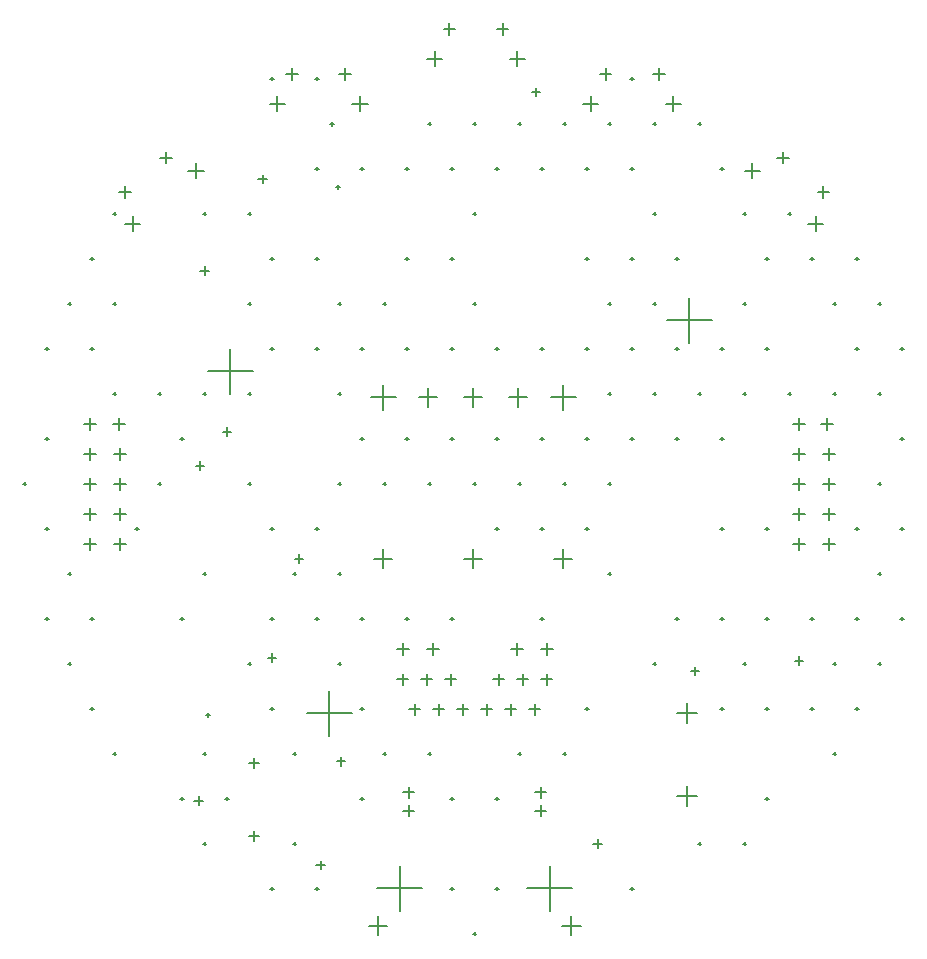
<source format=gbr>
%TF.GenerationSoftware,Altium Limited,Altium Designer,18.1.6 (161)*%
G04 Layer_Color=128*
%FSLAX26Y26*%
%MOIN*%
%TF.FileFunction,Drillmap*%
%TF.Part,Single*%
G01*
G75*
%TA.AperFunction,NonConductor*%
%ADD50C,0.005000*%
D50*
X2259997Y3525000D02*
X2409997D01*
X2334997Y3450000D02*
Y3600000D01*
X3372500Y2497000D02*
X3407500D01*
X3390000Y2479500D02*
Y2514500D01*
X3292500Y2497000D02*
X3327500D01*
X3310000Y2479500D02*
Y2514500D01*
X3212500Y2497000D02*
X3247500D01*
X3230000Y2479500D02*
Y2514500D01*
X3052500Y2497000D02*
X3087500D01*
X3070000Y2479500D02*
Y2514500D01*
X2972500Y2497000D02*
X3007500D01*
X2990000Y2479500D02*
Y2514500D01*
X2892500Y2497000D02*
X2927500D01*
X2910000Y2479500D02*
Y2514500D01*
X2932500Y2397000D02*
X2967500D01*
X2950000Y2379500D02*
Y2414500D01*
X3012500Y2397000D02*
X3047500D01*
X3030000Y2379500D02*
Y2414500D01*
X3092500Y2397000D02*
X3127500D01*
X3110000Y2379500D02*
Y2414500D01*
X3172500Y2397000D02*
X3207500D01*
X3190000Y2379500D02*
Y2414500D01*
X3252500Y2397000D02*
X3287500D01*
X3270000Y2379500D02*
Y2414500D01*
X3332500Y2397000D02*
X3367500D01*
X3350000Y2379500D02*
Y2414500D01*
X2912500Y2121000D02*
X2947500D01*
X2930000Y2103500D02*
Y2138500D01*
X3352500Y2121000D02*
X3387500D01*
X3370000Y2103500D02*
Y2138500D01*
X2912500Y2060000D02*
X2947500D01*
X2930000Y2042500D02*
Y2077500D01*
X3352500Y2060000D02*
X3387500D01*
X3370000Y2042500D02*
Y2077500D01*
X2890000Y2597000D02*
X2930000D01*
X2910000Y2577000D02*
Y2617000D01*
X2990000Y2597000D02*
X3030000D01*
X3010000Y2577000D02*
Y2617000D01*
X3270000Y2597000D02*
X3310000D01*
X3290000Y2577000D02*
Y2617000D01*
X3370000Y2597000D02*
X3410000D01*
X3390000Y2577000D02*
Y2617000D01*
X2825197Y1801000D02*
X2974803D01*
X2900000Y1726197D02*
Y1875803D01*
X3325197Y1801000D02*
X3474803D01*
X3400000Y1726197D02*
Y1875803D01*
X2796500Y1676000D02*
X2859500D01*
X2828000Y1644500D02*
Y1707500D01*
X3440500Y1676000D02*
X3503500D01*
X3472000Y1644500D02*
Y1707500D01*
X2589997Y2385000D02*
X2739997D01*
X2664997Y2310000D02*
Y2460000D01*
X3789997Y3695000D02*
X3939997D01*
X3864997Y3620000D02*
Y3770000D01*
X3825866Y2108504D02*
X3892795D01*
X3859331Y2075039D02*
Y2141968D01*
X3825866Y2384095D02*
X3892795D01*
X3859331Y2350630D02*
Y2417559D01*
X1964598Y4123060D02*
X2003968D01*
X1984283Y4103375D02*
Y4142745D01*
X2100315Y4236940D02*
X2139685D01*
X2120000Y4217255D02*
Y4256625D01*
X1984260Y4016029D02*
X2035441D01*
X2009851Y3990438D02*
Y4041619D01*
X2195375Y4193175D02*
X2246556D01*
X2220965Y4167585D02*
Y4218766D01*
X2742205Y4416575D02*
X2793386D01*
X2767795Y4390984D02*
Y4442165D01*
X2466614Y4416575D02*
X2517795D01*
X2492205Y4390984D02*
Y4442165D01*
X2698898Y4515000D02*
X2738268D01*
X2718583Y4495315D02*
Y4534685D01*
X2521732Y4515000D02*
X2561102D01*
X2541417Y4495315D02*
Y4534685D01*
X3266811Y4566575D02*
X3317992D01*
X3292401Y4540984D02*
Y4592165D01*
X2991220Y4566575D02*
X3042401D01*
X3016811Y4540984D02*
Y4592165D01*
X3223504Y4665000D02*
X3262874D01*
X3243189Y4645315D02*
Y4684685D01*
X3046338Y4665000D02*
X3085708D01*
X3066023Y4645315D02*
Y4684685D01*
X3787205Y4416575D02*
X3838386D01*
X3812795Y4390984D02*
Y4442165D01*
X3511614Y4416575D02*
X3562795D01*
X3537205Y4390984D02*
Y4442165D01*
X3743898Y4515000D02*
X3783268D01*
X3763583Y4495315D02*
Y4534685D01*
X3566732Y4515000D02*
X3606102D01*
X3586417Y4495315D02*
Y4534685D01*
X4261700Y4016029D02*
X4312881D01*
X4287291Y3990438D02*
Y4041619D01*
X4050586Y4193175D02*
X4101767D01*
X4076176Y4167584D02*
Y4218766D01*
X4293173Y4123060D02*
X4332543D01*
X4312858Y4103375D02*
Y4142745D01*
X4157457Y4236940D02*
X4196827D01*
X4177142Y4217255D02*
Y4256625D01*
X2803000Y3437000D02*
X2887000D01*
X2845000Y3395000D02*
Y3479000D01*
X3403000Y3437000D02*
X3487000D01*
X3445000Y3395000D02*
Y3479000D01*
X2964000Y3437000D02*
X3026000D01*
X2995000Y3406000D02*
Y3468000D01*
X3114000Y3437000D02*
X3176000D01*
X3145000Y3406000D02*
Y3468000D01*
X3264000Y3437000D02*
X3326000D01*
X3295000Y3406000D02*
Y3468000D01*
X2814000Y2900000D02*
X2876000D01*
X2845000Y2869000D02*
Y2931000D01*
X3114000Y2900000D02*
X3176000D01*
X3145000Y2869000D02*
Y2931000D01*
X3414000Y2900000D02*
X3476000D01*
X3445000Y2869000D02*
Y2931000D01*
X2214213Y2093110D02*
X2245709D01*
X2229961Y2077362D02*
Y2108858D01*
X2399252Y1975000D02*
X2430748D01*
X2415000Y1959252D02*
Y1990748D01*
X2399252Y2219095D02*
X2430748D01*
X2415000Y2203347D02*
Y2234843D01*
X4310709Y2949606D02*
X4350709D01*
X4330709Y2929606D02*
Y2969606D01*
X4310709Y3049606D02*
X4350709D01*
X4330709Y3029606D02*
Y3069606D01*
X4310709Y3149606D02*
X4350709D01*
X4330709Y3129606D02*
Y3169606D01*
X4310709Y3249606D02*
X4350709D01*
X4330709Y3229606D02*
Y3269606D01*
X4305709Y3349606D02*
X4345709D01*
X4325709Y3329606D02*
Y3369606D01*
X4210709Y3349606D02*
X4250709D01*
X4230709Y3329606D02*
Y3369606D01*
X4210709Y3249606D02*
X4250709D01*
X4230709Y3229606D02*
Y3269606D01*
X4210709Y3149606D02*
X4250709D01*
X4230709Y3129606D02*
Y3169606D01*
X4210709Y3049606D02*
X4250709D01*
X4230709Y3029606D02*
Y3069606D01*
X4210709Y2949606D02*
X4250709D01*
X4230709Y2929606D02*
Y2969606D01*
X1948504Y2949606D02*
X1988504D01*
X1968504Y2929606D02*
Y2969606D01*
X1948504Y3049606D02*
X1988504D01*
X1968504Y3029606D02*
Y3069606D01*
X1948504Y3149606D02*
X1988504D01*
X1968504Y3129606D02*
Y3169606D01*
X1948504Y3249606D02*
X1988504D01*
X1968504Y3229606D02*
Y3269606D01*
X1943504Y3349606D02*
X1983504D01*
X1963504Y3329606D02*
Y3369606D01*
X1848504Y3349606D02*
X1888504D01*
X1868504Y3329606D02*
Y3369606D01*
X1848504Y3249606D02*
X1888504D01*
X1868504Y3229606D02*
Y3269606D01*
X1848504Y3149606D02*
X1888504D01*
X1868504Y3129606D02*
Y3169606D01*
X1848504Y3049606D02*
X1888504D01*
X1868504Y3029606D02*
Y3069606D01*
X1848504Y2949606D02*
X1888504D01*
X1868504Y2929606D02*
Y2969606D01*
X2253500Y2377795D02*
X2266500D01*
X2260000Y2371295D02*
Y2384295D01*
X4494000Y3750000D02*
X4506000D01*
X4500000Y3744000D02*
Y3756000D01*
X4569000Y3600000D02*
X4581000D01*
X4575000Y3594000D02*
Y3606000D01*
X4494000Y3450000D02*
X4506000D01*
X4500000Y3444000D02*
Y3456000D01*
X4569000Y3300000D02*
X4581000D01*
X4575000Y3294000D02*
Y3306000D01*
X4494000Y3150000D02*
X4506000D01*
X4500000Y3144000D02*
Y3156000D01*
X4569000Y3000000D02*
X4581000D01*
X4575000Y2994000D02*
Y3006000D01*
X4494000Y2850000D02*
X4506000D01*
X4500000Y2844000D02*
Y2856000D01*
X4569000Y2700000D02*
X4581000D01*
X4575000Y2694000D02*
Y2706000D01*
X4494000Y2550000D02*
X4506000D01*
X4500000Y2544000D02*
Y2556000D01*
X4419000Y3900000D02*
X4431000D01*
X4425000Y3894000D02*
Y3906000D01*
X4344000Y3750000D02*
X4356000D01*
X4350000Y3744000D02*
Y3756000D01*
X4419000Y3600000D02*
X4431000D01*
X4425000Y3594000D02*
Y3606000D01*
X4344000Y3450000D02*
X4356000D01*
X4350000Y3444000D02*
Y3456000D01*
X4419000Y3000000D02*
X4431000D01*
X4425000Y2994000D02*
Y3006000D01*
X4419000Y2700000D02*
X4431000D01*
X4425000Y2694000D02*
Y2706000D01*
X4344000Y2550000D02*
X4356000D01*
X4350000Y2544000D02*
Y2556000D01*
X4419000Y2400000D02*
X4431000D01*
X4425000Y2394000D02*
Y2406000D01*
X4344000Y2250000D02*
X4356000D01*
X4350000Y2244000D02*
Y2256000D01*
X4194000Y4050000D02*
X4206000D01*
X4200000Y4044000D02*
Y4056000D01*
X4269000Y3900000D02*
X4281000D01*
X4275000Y3894000D02*
Y3906000D01*
X4194000Y3450000D02*
X4206000D01*
X4200000Y3444000D02*
Y3456000D01*
X4269000Y2700000D02*
X4281000D01*
X4275000Y2694000D02*
Y2706000D01*
X4269000Y2400000D02*
X4281000D01*
X4275000Y2394000D02*
Y2406000D01*
X4044000Y4050000D02*
X4056000D01*
X4050000Y4044000D02*
Y4056000D01*
X4119000Y3900000D02*
X4131000D01*
X4125000Y3894000D02*
Y3906000D01*
X4044000Y3750000D02*
X4056000D01*
X4050000Y3744000D02*
Y3756000D01*
X4119000Y3600000D02*
X4131000D01*
X4125000Y3594000D02*
Y3606000D01*
X4044000Y3450000D02*
X4056000D01*
X4050000Y3444000D02*
Y3456000D01*
X4119000Y3000000D02*
X4131000D01*
X4125000Y2994000D02*
Y3006000D01*
X4119000Y2700000D02*
X4131000D01*
X4125000Y2694000D02*
Y2706000D01*
X4044000Y2550000D02*
X4056000D01*
X4050000Y2544000D02*
Y2556000D01*
X4119000Y2400000D02*
X4131000D01*
X4125000Y2394000D02*
Y2406000D01*
X4119000Y2100000D02*
X4131000D01*
X4125000Y2094000D02*
Y2106000D01*
X4044000Y1950000D02*
X4056000D01*
X4050000Y1944000D02*
Y1956000D01*
X3894000Y4350000D02*
X3906000D01*
X3900000Y4344000D02*
Y4356000D01*
X3969000Y4200000D02*
X3981000D01*
X3975000Y4194000D02*
Y4206000D01*
X3969000Y3600000D02*
X3981000D01*
X3975000Y3594000D02*
Y3606000D01*
X3894000Y3450000D02*
X3906000D01*
X3900000Y3444000D02*
Y3456000D01*
X3969000Y3300000D02*
X3981000D01*
X3975000Y3294000D02*
Y3306000D01*
X3969000Y3000000D02*
X3981000D01*
X3975000Y2994000D02*
Y3006000D01*
X3969000Y2700000D02*
X3981000D01*
X3975000Y2694000D02*
Y2706000D01*
X3969000Y2400000D02*
X3981000D01*
X3975000Y2394000D02*
Y2406000D01*
X3894000Y1950000D02*
X3906000D01*
X3900000Y1944000D02*
Y1956000D01*
X3744000Y4350000D02*
X3756000D01*
X3750000Y4344000D02*
Y4356000D01*
X3744000Y4050000D02*
X3756000D01*
X3750000Y4044000D02*
Y4056000D01*
X3819000Y3900000D02*
X3831000D01*
X3825000Y3894000D02*
Y3906000D01*
X3744000Y3750000D02*
X3756000D01*
X3750000Y3744000D02*
Y3756000D01*
X3819000Y3600000D02*
X3831000D01*
X3825000Y3594000D02*
Y3606000D01*
X3744000Y3450000D02*
X3756000D01*
X3750000Y3444000D02*
Y3456000D01*
X3819000Y3300000D02*
X3831000D01*
X3825000Y3294000D02*
Y3306000D01*
X3819000Y2700000D02*
X3831000D01*
X3825000Y2694000D02*
Y2706000D01*
X3744000Y2550000D02*
X3756000D01*
X3750000Y2544000D02*
Y2556000D01*
X3669000Y4500000D02*
X3681000D01*
X3675000Y4494000D02*
Y4506000D01*
X3594000Y4350000D02*
X3606000D01*
X3600000Y4344000D02*
Y4356000D01*
X3669000Y4200000D02*
X3681000D01*
X3675000Y4194000D02*
Y4206000D01*
X3669000Y3900000D02*
X3681000D01*
X3675000Y3894000D02*
Y3906000D01*
X3594000Y3750000D02*
X3606000D01*
X3600000Y3744000D02*
Y3756000D01*
X3669000Y3600000D02*
X3681000D01*
X3675000Y3594000D02*
Y3606000D01*
X3594000Y3450000D02*
X3606000D01*
X3600000Y3444000D02*
Y3456000D01*
X3669000Y3300000D02*
X3681000D01*
X3675000Y3294000D02*
Y3306000D01*
X3594000Y3150000D02*
X3606000D01*
X3600000Y3144000D02*
Y3156000D01*
X3594000Y2850000D02*
X3606000D01*
X3600000Y2844000D02*
Y2856000D01*
X3669000Y1800000D02*
X3681000D01*
X3675000Y1794000D02*
Y1806000D01*
X3444000Y4350000D02*
X3456000D01*
X3450000Y4344000D02*
Y4356000D01*
X3519000Y4200000D02*
X3531000D01*
X3525000Y4194000D02*
Y4206000D01*
X3519000Y3900000D02*
X3531000D01*
X3525000Y3894000D02*
Y3906000D01*
X3519000Y3600000D02*
X3531000D01*
X3525000Y3594000D02*
Y3606000D01*
X3519000Y3300000D02*
X3531000D01*
X3525000Y3294000D02*
Y3306000D01*
X3444000Y3150000D02*
X3456000D01*
X3450000Y3144000D02*
Y3156000D01*
X3519000Y3000000D02*
X3531000D01*
X3525000Y2994000D02*
Y3006000D01*
X3519000Y2400000D02*
X3531000D01*
X3525000Y2394000D02*
Y2406000D01*
X3444000Y2250000D02*
X3456000D01*
X3450000Y2244000D02*
Y2256000D01*
X3294000Y4350000D02*
X3306000D01*
X3300000Y4344000D02*
Y4356000D01*
X3369000Y4200000D02*
X3381000D01*
X3375000Y4194000D02*
Y4206000D01*
X3369000Y3600000D02*
X3381000D01*
X3375000Y3594000D02*
Y3606000D01*
X3369000Y3300000D02*
X3381000D01*
X3375000Y3294000D02*
Y3306000D01*
X3294000Y3150000D02*
X3306000D01*
X3300000Y3144000D02*
Y3156000D01*
X3369000Y3000000D02*
X3381000D01*
X3375000Y2994000D02*
Y3006000D01*
X3369000Y2700000D02*
X3381000D01*
X3375000Y2694000D02*
Y2706000D01*
X3294000Y2250000D02*
X3306000D01*
X3300000Y2244000D02*
Y2256000D01*
X3144000Y4350000D02*
X3156000D01*
X3150000Y4344000D02*
Y4356000D01*
X3219000Y4200000D02*
X3231000D01*
X3225000Y4194000D02*
Y4206000D01*
X3144000Y4050000D02*
X3156000D01*
X3150000Y4044000D02*
Y4056000D01*
X3144000Y3750000D02*
X3156000D01*
X3150000Y3744000D02*
Y3756000D01*
X3219000Y3600000D02*
X3231000D01*
X3225000Y3594000D02*
Y3606000D01*
X3219000Y3300000D02*
X3231000D01*
X3225000Y3294000D02*
Y3306000D01*
X3144000Y3150000D02*
X3156000D01*
X3150000Y3144000D02*
Y3156000D01*
X3219000Y3000000D02*
X3231000D01*
X3225000Y2994000D02*
Y3006000D01*
X3219000Y2100000D02*
X3231000D01*
X3225000Y2094000D02*
Y2106000D01*
X3219000Y1800000D02*
X3231000D01*
X3225000Y1794000D02*
Y1806000D01*
X3144000Y1650000D02*
X3156000D01*
X3150000Y1644000D02*
Y1656000D01*
X2994000Y4350000D02*
X3006000D01*
X3000000Y4344000D02*
Y4356000D01*
X3069000Y4200000D02*
X3081000D01*
X3075000Y4194000D02*
Y4206000D01*
X3069000Y3900000D02*
X3081000D01*
X3075000Y3894000D02*
Y3906000D01*
X3069000Y3600000D02*
X3081000D01*
X3075000Y3594000D02*
Y3606000D01*
X3069000Y3300000D02*
X3081000D01*
X3075000Y3294000D02*
Y3306000D01*
X2994000Y3150000D02*
X3006000D01*
X3000000Y3144000D02*
Y3156000D01*
X3069000Y2700000D02*
X3081000D01*
X3075000Y2694000D02*
Y2706000D01*
X2994000Y2250000D02*
X3006000D01*
X3000000Y2244000D02*
Y2256000D01*
X3069000Y2100000D02*
X3081000D01*
X3075000Y2094000D02*
Y2106000D01*
X3069000Y1800000D02*
X3081000D01*
X3075000Y1794000D02*
Y1806000D01*
X2919000Y4200000D02*
X2931000D01*
X2925000Y4194000D02*
Y4206000D01*
X2919000Y3900000D02*
X2931000D01*
X2925000Y3894000D02*
Y3906000D01*
X2844000Y3750000D02*
X2856000D01*
X2850000Y3744000D02*
Y3756000D01*
X2919000Y3600000D02*
X2931000D01*
X2925000Y3594000D02*
Y3606000D01*
X2919000Y3300000D02*
X2931000D01*
X2925000Y3294000D02*
Y3306000D01*
X2844000Y3150000D02*
X2856000D01*
X2850000Y3144000D02*
Y3156000D01*
X2919000Y2700000D02*
X2931000D01*
X2925000Y2694000D02*
Y2706000D01*
X2844000Y2250000D02*
X2856000D01*
X2850000Y2244000D02*
Y2256000D01*
X2769000Y4200000D02*
X2781000D01*
X2775000Y4194000D02*
Y4206000D01*
X2694000Y3750000D02*
X2706000D01*
X2700000Y3744000D02*
Y3756000D01*
X2769000Y3600000D02*
X2781000D01*
X2775000Y3594000D02*
Y3606000D01*
X2694000Y3450000D02*
X2706000D01*
X2700000Y3444000D02*
Y3456000D01*
X2769000Y3300000D02*
X2781000D01*
X2775000Y3294000D02*
Y3306000D01*
X2694000Y3150000D02*
X2706000D01*
X2700000Y3144000D02*
Y3156000D01*
X2694000Y2850000D02*
X2706000D01*
X2700000Y2844000D02*
Y2856000D01*
X2769000Y2700000D02*
X2781000D01*
X2775000Y2694000D02*
Y2706000D01*
X2694000Y2550000D02*
X2706000D01*
X2700000Y2544000D02*
Y2556000D01*
X2769000Y2400000D02*
X2781000D01*
X2775000Y2394000D02*
Y2406000D01*
X2769000Y2100000D02*
X2781000D01*
X2775000Y2094000D02*
Y2106000D01*
X2619000Y4500000D02*
X2631000D01*
X2625000Y4494000D02*
Y4506000D01*
X2619000Y4200000D02*
X2631000D01*
X2625000Y4194000D02*
Y4206000D01*
X2619000Y3900000D02*
X2631000D01*
X2625000Y3894000D02*
Y3906000D01*
X2619000Y3600000D02*
X2631000D01*
X2625000Y3594000D02*
Y3606000D01*
X2619000Y3000000D02*
X2631000D01*
X2625000Y2994000D02*
Y3006000D01*
X2544000Y2850000D02*
X2556000D01*
X2550000Y2844000D02*
Y2856000D01*
X2619000Y2700000D02*
X2631000D01*
X2625000Y2694000D02*
Y2706000D01*
X2544000Y2250000D02*
X2556000D01*
X2550000Y2244000D02*
Y2256000D01*
X2544000Y1950000D02*
X2556000D01*
X2550000Y1944000D02*
Y1956000D01*
X2619000Y1800000D02*
X2631000D01*
X2625000Y1794000D02*
Y1806000D01*
X2469000Y4500000D02*
X2481000D01*
X2475000Y4494000D02*
Y4506000D01*
X2394000Y4050000D02*
X2406000D01*
X2400000Y4044000D02*
Y4056000D01*
X2469000Y3900000D02*
X2481000D01*
X2475000Y3894000D02*
Y3906000D01*
X2394000Y3750000D02*
X2406000D01*
X2400000Y3744000D02*
Y3756000D01*
X2469000Y3600000D02*
X2481000D01*
X2475000Y3594000D02*
Y3606000D01*
X2394000Y3450000D02*
X2406000D01*
X2400000Y3444000D02*
Y3456000D01*
X2394000Y3150000D02*
X2406000D01*
X2400000Y3144000D02*
Y3156000D01*
X2469000Y3000000D02*
X2481000D01*
X2475000Y2994000D02*
Y3006000D01*
X2469000Y2700000D02*
X2481000D01*
X2475000Y2694000D02*
Y2706000D01*
X2394000Y2550000D02*
X2406000D01*
X2400000Y2544000D02*
Y2556000D01*
X2469000Y2400000D02*
X2481000D01*
X2475000Y2394000D02*
Y2406000D01*
X2469000Y1800000D02*
X2481000D01*
X2475000Y1794000D02*
Y1806000D01*
X2244000Y4050000D02*
X2256000D01*
X2250000Y4044000D02*
Y4056000D01*
X2244000Y3450000D02*
X2256000D01*
X2250000Y3444000D02*
Y3456000D01*
X2244000Y2850000D02*
X2256000D01*
X2250000Y2844000D02*
Y2856000D01*
X2244000Y2250000D02*
X2256000D01*
X2250000Y2244000D02*
Y2256000D01*
X2319000Y2100000D02*
X2331000D01*
X2325000Y2094000D02*
Y2106000D01*
X2244000Y1950000D02*
X2256000D01*
X2250000Y1944000D02*
Y1956000D01*
X2094000Y3450000D02*
X2106000D01*
X2100000Y3444000D02*
Y3456000D01*
X2169000Y3300000D02*
X2181000D01*
X2175000Y3294000D02*
Y3306000D01*
X2094000Y3150000D02*
X2106000D01*
X2100000Y3144000D02*
Y3156000D01*
X2169000Y2700000D02*
X2181000D01*
X2175000Y2694000D02*
Y2706000D01*
X2169000Y2100000D02*
X2181000D01*
X2175000Y2094000D02*
Y2106000D01*
X1944000Y4050000D02*
X1956000D01*
X1950000Y4044000D02*
Y4056000D01*
X1944000Y3750000D02*
X1956000D01*
X1950000Y3744000D02*
Y3756000D01*
X1944000Y3450000D02*
X1956000D01*
X1950000Y3444000D02*
Y3456000D01*
X2019000Y3000000D02*
X2031000D01*
X2025000Y2994000D02*
Y3006000D01*
X1944000Y2250000D02*
X1956000D01*
X1950000Y2244000D02*
Y2256000D01*
X1869000Y3900000D02*
X1881000D01*
X1875000Y3894000D02*
Y3906000D01*
X1794000Y3750000D02*
X1806000D01*
X1800000Y3744000D02*
Y3756000D01*
X1869000Y3600000D02*
X1881000D01*
X1875000Y3594000D02*
Y3606000D01*
X1794000Y2850000D02*
X1806000D01*
X1800000Y2844000D02*
Y2856000D01*
X1869000Y2700000D02*
X1881000D01*
X1875000Y2694000D02*
Y2706000D01*
X1794000Y2550000D02*
X1806000D01*
X1800000Y2544000D02*
Y2556000D01*
X1869000Y2400000D02*
X1881000D01*
X1875000Y2394000D02*
Y2406000D01*
X1719000Y3600000D02*
X1731000D01*
X1725000Y3594000D02*
Y3606000D01*
X1719000Y3300000D02*
X1731000D01*
X1725000Y3294000D02*
Y3306000D01*
X1644000Y3150000D02*
X1656000D01*
X1650000Y3144000D02*
Y3156000D01*
X1719000Y3000000D02*
X1731000D01*
X1725000Y2994000D02*
Y3006000D01*
X1719000Y2700000D02*
X1731000D01*
X1725000Y2694000D02*
Y2706000D01*
X2688500Y4137816D02*
X2701500D01*
X2695000Y4131316D02*
Y4144316D01*
X2668500Y4350000D02*
X2681500D01*
X2675000Y4343500D02*
Y4356500D01*
X2691000Y2224095D02*
X2719000D01*
X2705000Y2210095D02*
Y2238095D01*
X2622496Y1878504D02*
X2650496D01*
X2636496Y1864504D02*
Y1892504D01*
X3341000Y4455000D02*
X3369000D01*
X3355000Y4441000D02*
Y4469000D01*
X2551000Y2900000D02*
X2579000D01*
X2565000Y2886000D02*
Y2914000D01*
X2236000Y3860000D02*
X2264000D01*
X2250000Y3846000D02*
Y3874000D01*
X2429189Y4165000D02*
X2457189D01*
X2443189Y4151000D02*
Y4179000D01*
X3546000Y1950000D02*
X3574000D01*
X3560000Y1936000D02*
Y1964000D01*
X4216709Y2560000D02*
X4244709D01*
X4230709Y2546000D02*
Y2574000D01*
X3871000Y2525000D02*
X3899000D01*
X3885000Y2511000D02*
Y2539000D01*
X2221000Y3210000D02*
X2249000D01*
X2235000Y3196000D02*
Y3224000D01*
X2461000Y2570000D02*
X2489000D01*
X2475000Y2556000D02*
Y2584000D01*
X2311000Y3323189D02*
X2339000D01*
X2325000Y3309189D02*
Y3337189D01*
%TF.MD5,74ce0a5939eb7eeaedda37b5e508fbe4*%
M02*

</source>
